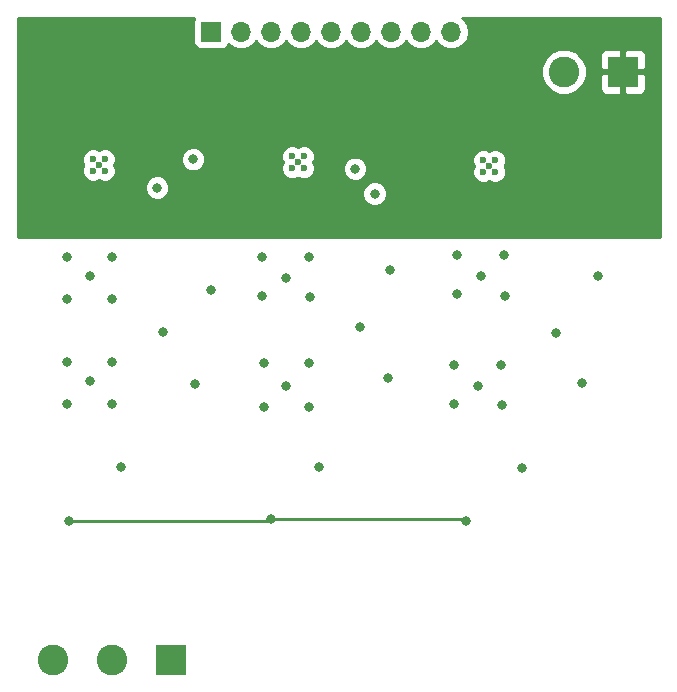
<source format=gbr>
G04 #@! TF.GenerationSoftware,KiCad,Pcbnew,(5.0.1)-3*
G04 #@! TF.CreationDate,2021-02-08T17:12:00-05:00*
G04 #@! TF.ProjectId,fpga_esc,667067615F6573632E6B696361645F70,rev?*
G04 #@! TF.SameCoordinates,Original*
G04 #@! TF.FileFunction,Copper,L3,Inr,Plane*
G04 #@! TF.FilePolarity,Positive*
%FSLAX46Y46*%
G04 Gerber Fmt 4.6, Leading zero omitted, Abs format (unit mm)*
G04 Created by KiCad (PCBNEW (5.0.1)-3) date 2021-02-08 5:12:00 PM*
%MOMM*%
%LPD*%
G01*
G04 APERTURE LIST*
G04 #@! TA.AperFunction,ViaPad*
%ADD10R,2.600000X2.600000*%
G04 #@! TD*
G04 #@! TA.AperFunction,ViaPad*
%ADD11C,2.600000*%
G04 #@! TD*
G04 #@! TA.AperFunction,ViaPad*
%ADD12C,0.600000*%
G04 #@! TD*
G04 #@! TA.AperFunction,ViaPad*
%ADD13R,1.700000X1.700000*%
G04 #@! TD*
G04 #@! TA.AperFunction,ViaPad*
%ADD14O,1.700000X1.700000*%
G04 #@! TD*
G04 #@! TA.AperFunction,ViaPad*
%ADD15C,0.800000*%
G04 #@! TD*
G04 #@! TA.AperFunction,Conductor*
%ADD16C,0.250000*%
G04 #@! TD*
G04 #@! TA.AperFunction,Conductor*
%ADD17C,0.254000*%
G04 #@! TD*
G04 APERTURE END LIST*
D10*
G04 #@! TO.N,V_POWER*
G04 #@! TO.C,J3*
X160600400Y-44043600D03*
D11*
G04 #@! TO.N,GND*
X155600400Y-44043600D03*
G04 #@! TD*
D10*
G04 #@! TO.N,/Motor Output/output_1*
G04 #@! TO.C,J1*
X122301000Y-93853000D03*
D11*
G04 #@! TO.N,/Motor Output/output_2*
X117301000Y-93853000D03*
G04 #@! TO.N,/Motor Output/output_3*
X112301000Y-93853000D03*
G04 #@! TD*
D12*
G04 #@! TO.N,GND*
G04 #@! TO.C,U1*
X149276000Y-52009000D03*
X148776000Y-51509000D03*
X149776000Y-51509000D03*
X148776000Y-52509000D03*
X149776000Y-52509000D03*
G04 #@! TD*
G04 #@! TO.N,GND*
G04 #@! TO.C,U2*
X133078000Y-51705000D03*
X132578000Y-51205000D03*
X133578000Y-51205000D03*
X132578000Y-52205000D03*
X133578000Y-52205000D03*
G04 #@! TD*
G04 #@! TO.N,GND*
G04 #@! TO.C,U3*
X116720000Y-52435000D03*
X115720000Y-52435000D03*
X116720000Y-51435000D03*
X115720000Y-51435000D03*
X116220000Y-51935000D03*
G04 #@! TD*
D13*
G04 #@! TO.N,/Control Signals (from FPGA or microcontroller)/VS_3*
G04 #@! TO.C,J2*
X125730000Y-40640000D03*
D14*
G04 #@! TO.N,/Control Signals (from FPGA or microcontroller)/VS_2*
X128270000Y-40640000D03*
G04 #@! TO.N,/Control Signals (from FPGA or microcontroller)/VS_1*
X130810000Y-40640000D03*
G04 #@! TO.N,/Control Signals (from FPGA or microcontroller)/L3*
X133350000Y-40640000D03*
G04 #@! TO.N,/Control Signals (from FPGA or microcontroller)/H3*
X135890000Y-40640000D03*
G04 #@! TO.N,/Control Signals (from FPGA or microcontroller)/L2*
X138430000Y-40640000D03*
G04 #@! TO.N,/Control Signals (from FPGA or microcontroller)/H2*
X140970000Y-40640000D03*
G04 #@! TO.N,/Control Signals (from FPGA or microcontroller)/L1*
X143510000Y-40640000D03*
G04 #@! TO.N,/Control Signals (from FPGA or microcontroller)/H1*
X146050000Y-40640000D03*
G04 #@! TD*
D15*
G04 #@! TO.N,*
X115443000Y-70231000D03*
X115443000Y-61341000D03*
X117348000Y-63246000D03*
X117348000Y-59690000D03*
X113538000Y-59690000D03*
X113538000Y-63246000D03*
X113538000Y-72136000D03*
X117348000Y-72136000D03*
X117348000Y-68580000D03*
X113538000Y-68580000D03*
X150241000Y-68834000D03*
X146304000Y-72136000D03*
X146304000Y-68834000D03*
X150368000Y-72263000D03*
X148336000Y-70612000D03*
X150495000Y-59563000D03*
X146558000Y-62865000D03*
X146558000Y-59563000D03*
X150622000Y-62992000D03*
X148590000Y-61341000D03*
X134112000Y-63119000D03*
X133985000Y-59690000D03*
X132080000Y-61468000D03*
X130048000Y-62992000D03*
X130048000Y-59690000D03*
X133985000Y-72390000D03*
X130175000Y-72390000D03*
X132080000Y-70612000D03*
X133985000Y-68707000D03*
X130175000Y-68707000D03*
G04 #@! TO.N,/Control Signals (from FPGA or microcontroller)/H2*
X139573000Y-54356000D03*
G04 #@! TO.N,/Control Signals (from FPGA or microcontroller)/H3*
X121158000Y-53848000D03*
G04 #@! TO.N,/Control Signals (from FPGA or microcontroller)/L2*
X137922000Y-52247490D03*
G04 #@! TO.N,/Control Signals (from FPGA or microcontroller)/L3*
X124206000Y-51435000D03*
G04 #@! TO.N,/Three Phase Bridge/PHASE_1*
X154940000Y-66167000D03*
G04 #@! TO.N,/Three Phase Bridge/PHASE_2*
X138303000Y-65659000D03*
G04 #@! TO.N,/Three Phase Bridge/PHASE_3*
X121675000Y-66040000D03*
G04 #@! TO.N,/Control Signals (from FPGA or microcontroller)/VS_3*
X118110000Y-77470000D03*
G04 #@! TO.N,/Control Signals (from FPGA or microcontroller)/VS_1*
X152019000Y-77597000D03*
G04 #@! TO.N,/Control Signals (from FPGA or microcontroller)/VS_2*
X134874000Y-77470000D03*
G04 #@! TO.N,+3V3*
X130810000Y-81915000D03*
X113665000Y-82042000D03*
X147320000Y-82042000D03*
G04 #@! TO.N,Net-(Q1-Pad2)*
X158496000Y-61341000D03*
G04 #@! TO.N,V_POWER*
X140335000Y-57150000D03*
X156591000Y-57150000D03*
X123571000Y-57150000D03*
X114808000Y-46990000D03*
X131572000Y-46990000D03*
X147828000Y-47117000D03*
G04 #@! TO.N,Net-(Q2-Pad2)*
X157099000Y-70358000D03*
G04 #@! TO.N,Net-(Q3-Pad2)*
X140843000Y-60833000D03*
G04 #@! TO.N,Net-(Q4-Pad2)*
X140716000Y-69977000D03*
G04 #@! TO.N,Net-(Q5-Pad2)*
X125730000Y-62484000D03*
G04 #@! TO.N,Net-(Q6-Pad2)*
X124333000Y-70485000D03*
G04 #@! TD*
D16*
G04 #@! TO.N,+3V3*
X130937000Y-82042000D02*
X130810000Y-81915000D01*
X130683000Y-82042000D02*
X130810000Y-81915000D01*
X113665000Y-82042000D02*
X130683000Y-82042000D01*
X147193000Y-81915000D02*
X147320000Y-82042000D01*
X130810000Y-81915000D02*
X147193000Y-81915000D01*
G04 #@! TD*
D17*
G04 #@! TO.N,V_POWER*
G36*
X124281843Y-39542235D02*
X124232560Y-39790000D01*
X124232560Y-41490000D01*
X124281843Y-41737765D01*
X124422191Y-41947809D01*
X124632235Y-42088157D01*
X124880000Y-42137440D01*
X126580000Y-42137440D01*
X126827765Y-42088157D01*
X127037809Y-41947809D01*
X127178157Y-41737765D01*
X127187184Y-41692381D01*
X127199375Y-41710625D01*
X127690582Y-42038839D01*
X128123744Y-42125000D01*
X128416256Y-42125000D01*
X128849418Y-42038839D01*
X129340625Y-41710625D01*
X129540000Y-41412239D01*
X129739375Y-41710625D01*
X130230582Y-42038839D01*
X130663744Y-42125000D01*
X130956256Y-42125000D01*
X131389418Y-42038839D01*
X131880625Y-41710625D01*
X132080000Y-41412239D01*
X132279375Y-41710625D01*
X132770582Y-42038839D01*
X133203744Y-42125000D01*
X133496256Y-42125000D01*
X133929418Y-42038839D01*
X134420625Y-41710625D01*
X134620000Y-41412239D01*
X134819375Y-41710625D01*
X135310582Y-42038839D01*
X135743744Y-42125000D01*
X136036256Y-42125000D01*
X136469418Y-42038839D01*
X136960625Y-41710625D01*
X137160000Y-41412239D01*
X137359375Y-41710625D01*
X137850582Y-42038839D01*
X138283744Y-42125000D01*
X138576256Y-42125000D01*
X139009418Y-42038839D01*
X139500625Y-41710625D01*
X139700000Y-41412239D01*
X139899375Y-41710625D01*
X140390582Y-42038839D01*
X140823744Y-42125000D01*
X141116256Y-42125000D01*
X141549418Y-42038839D01*
X142040625Y-41710625D01*
X142240000Y-41412239D01*
X142439375Y-41710625D01*
X142930582Y-42038839D01*
X143363744Y-42125000D01*
X143656256Y-42125000D01*
X144089418Y-42038839D01*
X144580625Y-41710625D01*
X144780000Y-41412239D01*
X144979375Y-41710625D01*
X145470582Y-42038839D01*
X145903744Y-42125000D01*
X146196256Y-42125000D01*
X146629418Y-42038839D01*
X147120625Y-41710625D01*
X147448839Y-41219418D01*
X147564092Y-40640000D01*
X147448839Y-40060582D01*
X147120625Y-39569375D01*
X147012308Y-39497000D01*
X163703000Y-39497000D01*
X163703000Y-58039000D01*
X109347000Y-58039000D01*
X109347000Y-53642126D01*
X120123000Y-53642126D01*
X120123000Y-54053874D01*
X120280569Y-54434280D01*
X120571720Y-54725431D01*
X120952126Y-54883000D01*
X121363874Y-54883000D01*
X121744280Y-54725431D01*
X122035431Y-54434280D01*
X122153131Y-54150126D01*
X138538000Y-54150126D01*
X138538000Y-54561874D01*
X138695569Y-54942280D01*
X138986720Y-55233431D01*
X139367126Y-55391000D01*
X139778874Y-55391000D01*
X140159280Y-55233431D01*
X140450431Y-54942280D01*
X140608000Y-54561874D01*
X140608000Y-54150126D01*
X140450431Y-53769720D01*
X140159280Y-53478569D01*
X139778874Y-53321000D01*
X139367126Y-53321000D01*
X138986720Y-53478569D01*
X138695569Y-53769720D01*
X138538000Y-54150126D01*
X122153131Y-54150126D01*
X122193000Y-54053874D01*
X122193000Y-53642126D01*
X122035431Y-53261720D01*
X121744280Y-52970569D01*
X121363874Y-52813000D01*
X120952126Y-52813000D01*
X120571720Y-52970569D01*
X120280569Y-53261720D01*
X120123000Y-53642126D01*
X109347000Y-53642126D01*
X109347000Y-51249017D01*
X114785000Y-51249017D01*
X114785000Y-51620983D01*
X114915070Y-51935000D01*
X114785000Y-52249017D01*
X114785000Y-52620983D01*
X114927345Y-52964635D01*
X115190365Y-53227655D01*
X115534017Y-53370000D01*
X115905983Y-53370000D01*
X116220000Y-53239930D01*
X116534017Y-53370000D01*
X116905983Y-53370000D01*
X117249635Y-53227655D01*
X117512655Y-52964635D01*
X117655000Y-52620983D01*
X117655000Y-52249017D01*
X117524930Y-51935000D01*
X117655000Y-51620983D01*
X117655000Y-51249017D01*
X117646761Y-51229126D01*
X123171000Y-51229126D01*
X123171000Y-51640874D01*
X123328569Y-52021280D01*
X123619720Y-52312431D01*
X124000126Y-52470000D01*
X124411874Y-52470000D01*
X124792280Y-52312431D01*
X125083431Y-52021280D01*
X125241000Y-51640874D01*
X125241000Y-51229126D01*
X125153971Y-51019017D01*
X131643000Y-51019017D01*
X131643000Y-51390983D01*
X131773070Y-51705000D01*
X131643000Y-52019017D01*
X131643000Y-52390983D01*
X131785345Y-52734635D01*
X132048365Y-52997655D01*
X132392017Y-53140000D01*
X132763983Y-53140000D01*
X133078000Y-53009930D01*
X133392017Y-53140000D01*
X133763983Y-53140000D01*
X134107635Y-52997655D01*
X134370655Y-52734635D01*
X134513000Y-52390983D01*
X134513000Y-52041616D01*
X136887000Y-52041616D01*
X136887000Y-52453364D01*
X137044569Y-52833770D01*
X137335720Y-53124921D01*
X137716126Y-53282490D01*
X138127874Y-53282490D01*
X138508280Y-53124921D01*
X138799431Y-52833770D01*
X138957000Y-52453364D01*
X138957000Y-52041616D01*
X138799431Y-51661210D01*
X138508280Y-51370059D01*
X138394711Y-51323017D01*
X147841000Y-51323017D01*
X147841000Y-51694983D01*
X147971070Y-52009000D01*
X147841000Y-52323017D01*
X147841000Y-52694983D01*
X147983345Y-53038635D01*
X148246365Y-53301655D01*
X148590017Y-53444000D01*
X148961983Y-53444000D01*
X149276000Y-53313930D01*
X149590017Y-53444000D01*
X149961983Y-53444000D01*
X150305635Y-53301655D01*
X150568655Y-53038635D01*
X150711000Y-52694983D01*
X150711000Y-52323017D01*
X150580930Y-52009000D01*
X150711000Y-51694983D01*
X150711000Y-51323017D01*
X150568655Y-50979365D01*
X150305635Y-50716345D01*
X149961983Y-50574000D01*
X149590017Y-50574000D01*
X149276000Y-50704070D01*
X148961983Y-50574000D01*
X148590017Y-50574000D01*
X148246365Y-50716345D01*
X147983345Y-50979365D01*
X147841000Y-51323017D01*
X138394711Y-51323017D01*
X138127874Y-51212490D01*
X137716126Y-51212490D01*
X137335720Y-51370059D01*
X137044569Y-51661210D01*
X136887000Y-52041616D01*
X134513000Y-52041616D01*
X134513000Y-52019017D01*
X134382930Y-51705000D01*
X134513000Y-51390983D01*
X134513000Y-51019017D01*
X134370655Y-50675365D01*
X134107635Y-50412345D01*
X133763983Y-50270000D01*
X133392017Y-50270000D01*
X133078000Y-50400070D01*
X132763983Y-50270000D01*
X132392017Y-50270000D01*
X132048365Y-50412345D01*
X131785345Y-50675365D01*
X131643000Y-51019017D01*
X125153971Y-51019017D01*
X125083431Y-50848720D01*
X124792280Y-50557569D01*
X124411874Y-50400000D01*
X124000126Y-50400000D01*
X123619720Y-50557569D01*
X123328569Y-50848720D01*
X123171000Y-51229126D01*
X117646761Y-51229126D01*
X117512655Y-50905365D01*
X117249635Y-50642345D01*
X116905983Y-50500000D01*
X116534017Y-50500000D01*
X116220000Y-50630070D01*
X115905983Y-50500000D01*
X115534017Y-50500000D01*
X115190365Y-50642345D01*
X114927345Y-50905365D01*
X114785000Y-51249017D01*
X109347000Y-51249017D01*
X109347000Y-43658705D01*
X153665400Y-43658705D01*
X153665400Y-44428495D01*
X153959986Y-45139690D01*
X154504310Y-45684014D01*
X155215505Y-45978600D01*
X155985295Y-45978600D01*
X156696490Y-45684014D01*
X157240814Y-45139690D01*
X157535400Y-44428495D01*
X157535400Y-44329350D01*
X158665400Y-44329350D01*
X158665400Y-45469910D01*
X158762073Y-45703299D01*
X158940702Y-45881927D01*
X159174091Y-45978600D01*
X160314650Y-45978600D01*
X160473400Y-45819850D01*
X160473400Y-44170600D01*
X160727400Y-44170600D01*
X160727400Y-45819850D01*
X160886150Y-45978600D01*
X162026709Y-45978600D01*
X162260098Y-45881927D01*
X162438727Y-45703299D01*
X162535400Y-45469910D01*
X162535400Y-44329350D01*
X162376650Y-44170600D01*
X160727400Y-44170600D01*
X160473400Y-44170600D01*
X158824150Y-44170600D01*
X158665400Y-44329350D01*
X157535400Y-44329350D01*
X157535400Y-43658705D01*
X157240814Y-42947510D01*
X156910594Y-42617290D01*
X158665400Y-42617290D01*
X158665400Y-43757850D01*
X158824150Y-43916600D01*
X160473400Y-43916600D01*
X160473400Y-42267350D01*
X160727400Y-42267350D01*
X160727400Y-43916600D01*
X162376650Y-43916600D01*
X162535400Y-43757850D01*
X162535400Y-42617290D01*
X162438727Y-42383901D01*
X162260098Y-42205273D01*
X162026709Y-42108600D01*
X160886150Y-42108600D01*
X160727400Y-42267350D01*
X160473400Y-42267350D01*
X160314650Y-42108600D01*
X159174091Y-42108600D01*
X158940702Y-42205273D01*
X158762073Y-42383901D01*
X158665400Y-42617290D01*
X156910594Y-42617290D01*
X156696490Y-42403186D01*
X155985295Y-42108600D01*
X155215505Y-42108600D01*
X154504310Y-42403186D01*
X153959986Y-42947510D01*
X153665400Y-43658705D01*
X109347000Y-43658705D01*
X109347000Y-39497000D01*
X124312068Y-39497000D01*
X124281843Y-39542235D01*
X124281843Y-39542235D01*
G37*
X124281843Y-39542235D02*
X124232560Y-39790000D01*
X124232560Y-41490000D01*
X124281843Y-41737765D01*
X124422191Y-41947809D01*
X124632235Y-42088157D01*
X124880000Y-42137440D01*
X126580000Y-42137440D01*
X126827765Y-42088157D01*
X127037809Y-41947809D01*
X127178157Y-41737765D01*
X127187184Y-41692381D01*
X127199375Y-41710625D01*
X127690582Y-42038839D01*
X128123744Y-42125000D01*
X128416256Y-42125000D01*
X128849418Y-42038839D01*
X129340625Y-41710625D01*
X129540000Y-41412239D01*
X129739375Y-41710625D01*
X130230582Y-42038839D01*
X130663744Y-42125000D01*
X130956256Y-42125000D01*
X131389418Y-42038839D01*
X131880625Y-41710625D01*
X132080000Y-41412239D01*
X132279375Y-41710625D01*
X132770582Y-42038839D01*
X133203744Y-42125000D01*
X133496256Y-42125000D01*
X133929418Y-42038839D01*
X134420625Y-41710625D01*
X134620000Y-41412239D01*
X134819375Y-41710625D01*
X135310582Y-42038839D01*
X135743744Y-42125000D01*
X136036256Y-42125000D01*
X136469418Y-42038839D01*
X136960625Y-41710625D01*
X137160000Y-41412239D01*
X137359375Y-41710625D01*
X137850582Y-42038839D01*
X138283744Y-42125000D01*
X138576256Y-42125000D01*
X139009418Y-42038839D01*
X139500625Y-41710625D01*
X139700000Y-41412239D01*
X139899375Y-41710625D01*
X140390582Y-42038839D01*
X140823744Y-42125000D01*
X141116256Y-42125000D01*
X141549418Y-42038839D01*
X142040625Y-41710625D01*
X142240000Y-41412239D01*
X142439375Y-41710625D01*
X142930582Y-42038839D01*
X143363744Y-42125000D01*
X143656256Y-42125000D01*
X144089418Y-42038839D01*
X144580625Y-41710625D01*
X144780000Y-41412239D01*
X144979375Y-41710625D01*
X145470582Y-42038839D01*
X145903744Y-42125000D01*
X146196256Y-42125000D01*
X146629418Y-42038839D01*
X147120625Y-41710625D01*
X147448839Y-41219418D01*
X147564092Y-40640000D01*
X147448839Y-40060582D01*
X147120625Y-39569375D01*
X147012308Y-39497000D01*
X163703000Y-39497000D01*
X163703000Y-58039000D01*
X109347000Y-58039000D01*
X109347000Y-53642126D01*
X120123000Y-53642126D01*
X120123000Y-54053874D01*
X120280569Y-54434280D01*
X120571720Y-54725431D01*
X120952126Y-54883000D01*
X121363874Y-54883000D01*
X121744280Y-54725431D01*
X122035431Y-54434280D01*
X122153131Y-54150126D01*
X138538000Y-54150126D01*
X138538000Y-54561874D01*
X138695569Y-54942280D01*
X138986720Y-55233431D01*
X139367126Y-55391000D01*
X139778874Y-55391000D01*
X140159280Y-55233431D01*
X140450431Y-54942280D01*
X140608000Y-54561874D01*
X140608000Y-54150126D01*
X140450431Y-53769720D01*
X140159280Y-53478569D01*
X139778874Y-53321000D01*
X139367126Y-53321000D01*
X138986720Y-53478569D01*
X138695569Y-53769720D01*
X138538000Y-54150126D01*
X122153131Y-54150126D01*
X122193000Y-54053874D01*
X122193000Y-53642126D01*
X122035431Y-53261720D01*
X121744280Y-52970569D01*
X121363874Y-52813000D01*
X120952126Y-52813000D01*
X120571720Y-52970569D01*
X120280569Y-53261720D01*
X120123000Y-53642126D01*
X109347000Y-53642126D01*
X109347000Y-51249017D01*
X114785000Y-51249017D01*
X114785000Y-51620983D01*
X114915070Y-51935000D01*
X114785000Y-52249017D01*
X114785000Y-52620983D01*
X114927345Y-52964635D01*
X115190365Y-53227655D01*
X115534017Y-53370000D01*
X115905983Y-53370000D01*
X116220000Y-53239930D01*
X116534017Y-53370000D01*
X116905983Y-53370000D01*
X117249635Y-53227655D01*
X117512655Y-52964635D01*
X117655000Y-52620983D01*
X117655000Y-52249017D01*
X117524930Y-51935000D01*
X117655000Y-51620983D01*
X117655000Y-51249017D01*
X117646761Y-51229126D01*
X123171000Y-51229126D01*
X123171000Y-51640874D01*
X123328569Y-52021280D01*
X123619720Y-52312431D01*
X124000126Y-52470000D01*
X124411874Y-52470000D01*
X124792280Y-52312431D01*
X125083431Y-52021280D01*
X125241000Y-51640874D01*
X125241000Y-51229126D01*
X125153971Y-51019017D01*
X131643000Y-51019017D01*
X131643000Y-51390983D01*
X131773070Y-51705000D01*
X131643000Y-52019017D01*
X131643000Y-52390983D01*
X131785345Y-52734635D01*
X132048365Y-52997655D01*
X132392017Y-53140000D01*
X132763983Y-53140000D01*
X133078000Y-53009930D01*
X133392017Y-53140000D01*
X133763983Y-53140000D01*
X134107635Y-52997655D01*
X134370655Y-52734635D01*
X134513000Y-52390983D01*
X134513000Y-52041616D01*
X136887000Y-52041616D01*
X136887000Y-52453364D01*
X137044569Y-52833770D01*
X137335720Y-53124921D01*
X137716126Y-53282490D01*
X138127874Y-53282490D01*
X138508280Y-53124921D01*
X138799431Y-52833770D01*
X138957000Y-52453364D01*
X138957000Y-52041616D01*
X138799431Y-51661210D01*
X138508280Y-51370059D01*
X138394711Y-51323017D01*
X147841000Y-51323017D01*
X147841000Y-51694983D01*
X147971070Y-52009000D01*
X147841000Y-52323017D01*
X147841000Y-52694983D01*
X147983345Y-53038635D01*
X148246365Y-53301655D01*
X148590017Y-53444000D01*
X148961983Y-53444000D01*
X149276000Y-53313930D01*
X149590017Y-53444000D01*
X149961983Y-53444000D01*
X150305635Y-53301655D01*
X150568655Y-53038635D01*
X150711000Y-52694983D01*
X150711000Y-52323017D01*
X150580930Y-52009000D01*
X150711000Y-51694983D01*
X150711000Y-51323017D01*
X150568655Y-50979365D01*
X150305635Y-50716345D01*
X149961983Y-50574000D01*
X149590017Y-50574000D01*
X149276000Y-50704070D01*
X148961983Y-50574000D01*
X148590017Y-50574000D01*
X148246365Y-50716345D01*
X147983345Y-50979365D01*
X147841000Y-51323017D01*
X138394711Y-51323017D01*
X138127874Y-51212490D01*
X137716126Y-51212490D01*
X137335720Y-51370059D01*
X137044569Y-51661210D01*
X136887000Y-52041616D01*
X134513000Y-52041616D01*
X134513000Y-52019017D01*
X134382930Y-51705000D01*
X134513000Y-51390983D01*
X134513000Y-51019017D01*
X134370655Y-50675365D01*
X134107635Y-50412345D01*
X133763983Y-50270000D01*
X133392017Y-50270000D01*
X133078000Y-50400070D01*
X132763983Y-50270000D01*
X132392017Y-50270000D01*
X132048365Y-50412345D01*
X131785345Y-50675365D01*
X131643000Y-51019017D01*
X125153971Y-51019017D01*
X125083431Y-50848720D01*
X124792280Y-50557569D01*
X124411874Y-50400000D01*
X124000126Y-50400000D01*
X123619720Y-50557569D01*
X123328569Y-50848720D01*
X123171000Y-51229126D01*
X117646761Y-51229126D01*
X117512655Y-50905365D01*
X117249635Y-50642345D01*
X116905983Y-50500000D01*
X116534017Y-50500000D01*
X116220000Y-50630070D01*
X115905983Y-50500000D01*
X115534017Y-50500000D01*
X115190365Y-50642345D01*
X114927345Y-50905365D01*
X114785000Y-51249017D01*
X109347000Y-51249017D01*
X109347000Y-43658705D01*
X153665400Y-43658705D01*
X153665400Y-44428495D01*
X153959986Y-45139690D01*
X154504310Y-45684014D01*
X155215505Y-45978600D01*
X155985295Y-45978600D01*
X156696490Y-45684014D01*
X157240814Y-45139690D01*
X157535400Y-44428495D01*
X157535400Y-44329350D01*
X158665400Y-44329350D01*
X158665400Y-45469910D01*
X158762073Y-45703299D01*
X158940702Y-45881927D01*
X159174091Y-45978600D01*
X160314650Y-45978600D01*
X160473400Y-45819850D01*
X160473400Y-44170600D01*
X160727400Y-44170600D01*
X160727400Y-45819850D01*
X160886150Y-45978600D01*
X162026709Y-45978600D01*
X162260098Y-45881927D01*
X162438727Y-45703299D01*
X162535400Y-45469910D01*
X162535400Y-44329350D01*
X162376650Y-44170600D01*
X160727400Y-44170600D01*
X160473400Y-44170600D01*
X158824150Y-44170600D01*
X158665400Y-44329350D01*
X157535400Y-44329350D01*
X157535400Y-43658705D01*
X157240814Y-42947510D01*
X156910594Y-42617290D01*
X158665400Y-42617290D01*
X158665400Y-43757850D01*
X158824150Y-43916600D01*
X160473400Y-43916600D01*
X160473400Y-42267350D01*
X160727400Y-42267350D01*
X160727400Y-43916600D01*
X162376650Y-43916600D01*
X162535400Y-43757850D01*
X162535400Y-42617290D01*
X162438727Y-42383901D01*
X162260098Y-42205273D01*
X162026709Y-42108600D01*
X160886150Y-42108600D01*
X160727400Y-42267350D01*
X160473400Y-42267350D01*
X160314650Y-42108600D01*
X159174091Y-42108600D01*
X158940702Y-42205273D01*
X158762073Y-42383901D01*
X158665400Y-42617290D01*
X156910594Y-42617290D01*
X156696490Y-42403186D01*
X155985295Y-42108600D01*
X155215505Y-42108600D01*
X154504310Y-42403186D01*
X153959986Y-42947510D01*
X153665400Y-43658705D01*
X109347000Y-43658705D01*
X109347000Y-39497000D01*
X124312068Y-39497000D01*
X124281843Y-39542235D01*
G04 #@! TD*
M02*

</source>
